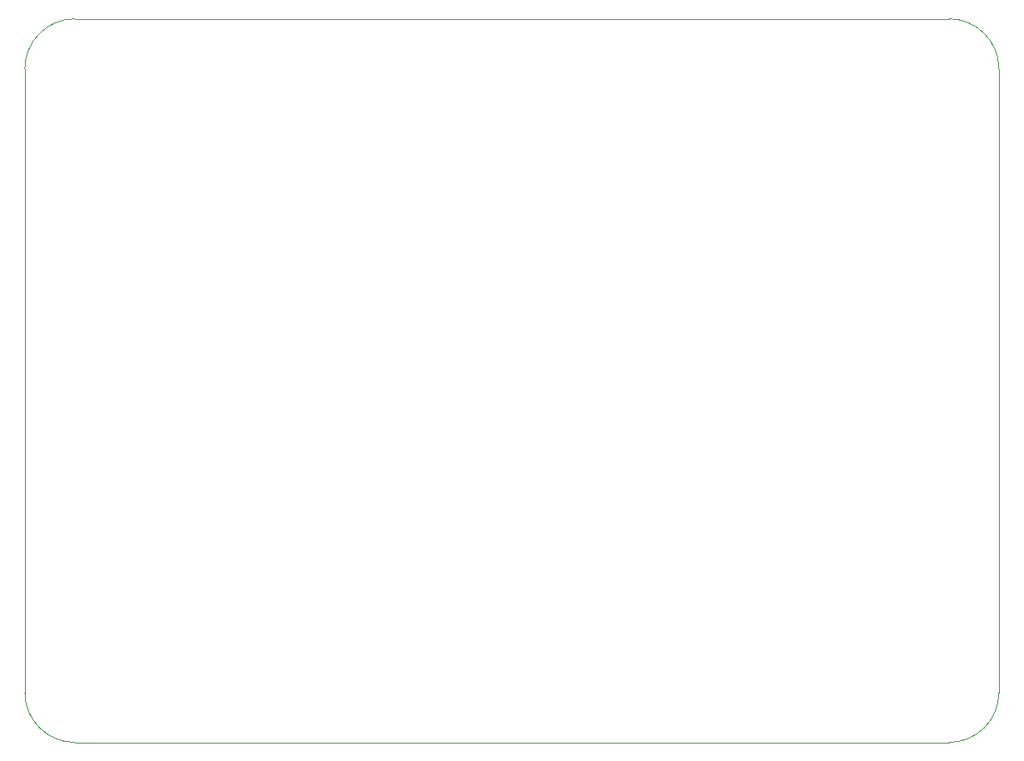
<source format=gbr>
%TF.GenerationSoftware,KiCad,Pcbnew,(6.0.6)*%
%TF.CreationDate,2024-02-28T23:36:51-08:00*%
%TF.ProjectId,Interface-PCBA,496e7465-7266-4616-9365-2d504342412e,rev?*%
%TF.SameCoordinates,PX43d3480PY49e1930*%
%TF.FileFunction,Profile,NP*%
%FSLAX46Y46*%
G04 Gerber Fmt 4.6, Leading zero omitted, Abs format (unit mm)*
G04 Created by KiCad (PCBNEW (6.0.6)) date 2024-02-28 23:36:51*
%MOMM*%
%LPD*%
G01*
G04 APERTURE LIST*
%TA.AperFunction,Profile*%
%ADD10C,0.100000*%
%TD*%
G04 APERTURE END LIST*
D10*
X93980000Y0D02*
G75*
G03*
X88900000Y5080000I-5080000J0D01*
G01*
X0Y5080000D02*
X88900000Y5080000D01*
X-5080000Y-63500000D02*
G75*
G03*
X0Y-68580000I5080000J0D01*
G01*
X0Y5080000D02*
G75*
G03*
X-5080000Y0I0J-5080000D01*
G01*
X88900000Y-68580000D02*
X0Y-68580000D01*
X93980000Y0D02*
X93980000Y-63500000D01*
X88900000Y-68580000D02*
G75*
G03*
X93980000Y-63500000I0J5080000D01*
G01*
X-5080000Y0D02*
X-5080000Y-63500000D01*
M02*

</source>
